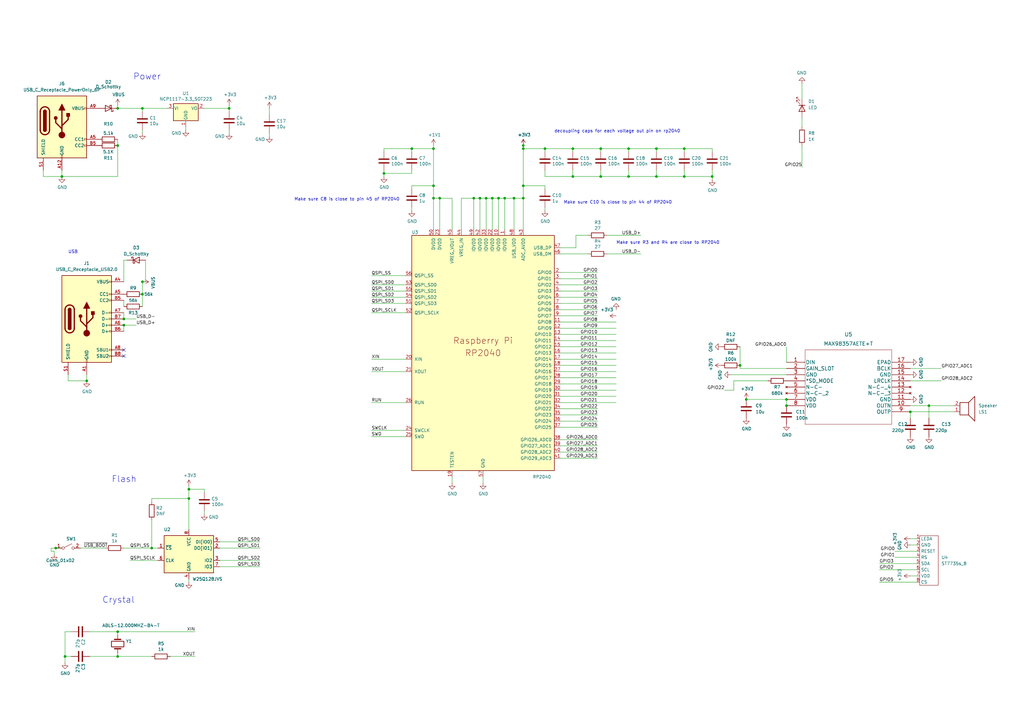
<source format=kicad_sch>
(kicad_sch (version 20230121) (generator eeschema)
  (paper "A3")
  (title_block (title "RP2040 Minimal Design Example") (date "2020-12-18") (rev "REV1") (company "Raspberry Pi (Trading) Ltd"))
  (lib_symbols
    (symbol "Amp:MAX98357AETE+T" (pin_names (offset 0.254))
      (property "Reference" "U" (at 25.4 10.16 0))
      (property "Value" "MAX98357AETE+T" (at 25.4 7.62 0))
      (symbol "MAX98357AETE+T_1_1"
        (pin unspecified line (at 0 0 0) (length 7.62) (name "DIN") (number "1"))
        (pin output line (at 50.8 -17.78 180) (length 7.62) (name "OUTN") (number "10"))
        (pin power_in line (at 50.8 -15.24 180) (length 7.62) (name "GND") (number "11"))
        (pin no_connect line (at 50.8 -12.7 180) (length 7.62) (name "N-C-_3") (number "12"))
        (pin no_connect line (at 50.8 -10.16 180) (length 7.62) (name "N-C-_4") (number "13"))
        (pin unspecified line (at 50.8 -7.62 180) (length 7.62) (name "LRCLK") (number "14"))
        (pin power_in line (at 50.8 -5.08 180) (length 7.62) (name "GND") (number "15"))
        (pin unspecified line (at 50.8 -2.54 180) (length 7.62) (name "BCLK") (number "16"))
        (pin unspecified line (at 50.8 0 180) (length 7.62) (name "EPAD") (number "17"))
        (pin unspecified line (at 0 -2.54 0) (length 7.62) (name "GAIN_SLOT") (number "2"))
        (pin power_in line (at 0 -5.08 0) (length 7.62) (name "GND") (number "3"))
        (pin unspecified line (at 0 -7.62 0) (length 7.62) (name "*SD_MODE") (number "4"))
        (pin no_connect line (at 0 -10.16 0) (length 7.62) (name "N-C-") (number "5"))
        (pin no_connect line (at 0 -12.7 0) (length 7.62) (name "N-C-_2") (number "6"))
        (pin power_in line (at 0 -15.24 0) (length 7.62) (name "VDD") (number "7"))
        (pin power_in line (at 0 -17.78 0) (length 7.62) (name "VDD") (number "8"))
        (pin output line (at 50.8 -20.32 180) (length 7.62) (name "OUTP") (number "9"))
      )
    )
    (symbol "Connector:USB_C_Receptacle_PowerOnly_6P" (pin_names (offset 1.016))
      (property "Reference" "J" (at 0 16.51 0))
      (property "Value" "USB_C_Receptacle_PowerOnly_6P" (at 0 13.97 0))
      (symbol "USB_C_Receptacle_PowerOnly_6P_1_1"
        (pin passive line (at 0 -17.78 90) (length 5.08) (name "GND") (number "A12"))
        (pin bidirectional line (at 15.24 -5.08 180) (length 5.08) (name "CC1") (number "A5"))
        (pin passive line (at 15.24 7.62 180) (length 5.08) (name "VBUS") (number "A9"))
        (pin passive line (at 0 -17.78 90) (length 5.08) hide (name "GND") (number "B12"))
        (pin bidirectional line (at 15.24 -7.62 180) (length 5.08) (name "CC2") (number "B5"))
        (pin passive line (at 15.24 7.62 180) (length 5.08) hide (name "VBUS") (number "B9"))
        (pin passive line (at -7.62 -17.78 90) (length 5.08) (name "SHIELD") (number "S1"))
      )
    )
    (symbol "Connector:USB_C_Receptacle_USB2.0" (pin_names (offset 1.016))
      (property "Reference" "J" (at -10.16 19.05 0))
      (property "Value" "USB_C_Receptacle_USB2.0" (at 19.05 19.05 0))
      (symbol "USB_C_Receptacle_USB2.0_1_1"
        (pin passive line (at 0 -22.86 90) (length 5.08) (name "GND") (number "A1"))
        (pin passive line (at 0 -22.86 90) (length 5.08) hide (name "GND") (number "A12"))
        (pin passive line (at 15.24 15.24 180) (length 5.08) (name "VBUS") (number "A4"))
        (pin bidirectional line (at 15.24 10.16 180) (length 5.08) (name "CC1") (number "A5"))
        (pin bidirectional line (at 15.24 -2.54 180) (length 5.08) (name "D+") (number "A6"))
        (pin bidirectional line (at 15.24 2.54 180) (length 5.08) (name "D-") (number "A7"))
        (pin bidirectional line (at 15.24 -12.7 180) (length 5.08) (name "SBU1") (number "A8"))
        (pin passive line (at 15.24 15.24 180) (length 5.08) hide (name "VBUS") (number "A9"))
        (pin passive line (at 0 -22.86 90) (length 5.08) hide (name "GND") (number "B1"))
        (pin passive line (at 0 -22.86 90) (length 5.08) hide (name "GND") (number "B12"))
        (pin passive line (at 15.24 15.24 180) (length 5.08) hide (name "VBUS") (number "B4"))
        (pin bidirectional line (at 15.24 7.62 180) (length 5.08) (name "CC2") (number "B5"))
        (pin bidirectional line (at 15.24 -5.08 180) (length 5.08) (name "D+") (number "B6"))
        (pin bidirectional line (at 15.24 0 180) (length 5.08) (name "D-") (number "B7"))
        (pin bidirectional line (at 15.24 -15.24 180) (length 5.08) (name "SBU2") (number "B8"))
        (pin passive line (at 15.24 15.24 180) (length 5.08) hide (name "VBUS") (number "B9"))
        (pin passive line (at -7.62 -22.86 90) (length 5.08) (name "SHIELD") (number "S1"))
      )
    )
    (symbol "Custom:ST7735s_8"
      (property "Reference" "U" (at 5.08 -22.86 0))
      (property "Value" "ST7735s_8" (at 5.08 0 0))
      (symbol "ST7735s_8_1_1"
        (pin input line (at 0 -2.54 0) (length 1.27) (name "LEDA") (number "1"))
        (pin power_in line (at 0 -5.08 0) (length 1.27) (name "GND") (number "2"))
        (pin input line (at 0 -7.62 0) (length 1.27) (name "RESET") (number "3"))
        (pin input line (at 0 -10.16 0) (length 1.27) (name "RS") (number "4"))
        (pin input line (at 0 -12.7 0) (length 1.27) (name "SDA") (number "5"))
        (pin input line (at 0 -15.24 0) (length 1.27) (name "SCL") (number "6"))
        (pin power_in line (at 0 -17.78 0) (length 1.27) (name "VDD") (number "7"))
        (pin input line (at 0 -20.32 0) (length 1.27) (name "CS") (number "8"))
      )
    )
    (symbol "Device:C" (pin_numbers hide) (pin_names (offset 0.254))
      (property "Reference" "C" (at 0.635 2.54 0))
      (property "Value" "C" (at 0.635 -2.54 0))
      (symbol "C_1_1"
        (pin passive line (at 0 3.81 270) (length 2.794) (name "~") (number "1"))
        (pin passive line (at 0 -3.81 90) (length 2.794) (name "~") (number "2"))
      )
    )
    (symbol "Device:Crystal" (pin_numbers hide) (pin_names (offset 1.016) hide)
      (property "Reference" "Y" (at 0 3.81 0))
      (property "Value" "Crystal" (at 0 -3.81 0))
      (symbol "Crystal_1_1"
        (pin passive line (at -3.81 0 0) (length 1.27) (name "1") (number "1"))
        (pin passive line (at 3.81 0 180) (length 1.27) (name "2") (number "2"))
      )
    )
    (symbol "Device:D_Schottky" (pin_numbers hide) (pin_names (offset 1.016) hide)
      (property "Reference" "D" (at 0 2.54 0))
      (property "Value" "D_Schottky" (at 0 -2.54 0))
      (symbol "D_Schottky_1_1"
        (pin passive line (at -3.81 0 0) (length 2.54) (name "K") (number "1"))
        (pin passive line (at 3.81 0 180) (length 2.54) (name "A") (number "2"))
      )
    )
    (symbol "Device:LED" (pin_numbers hide) (pin_names (offset 1.016) hide)
      (property "Reference" "D" (at 0 2.54 0))
      (property "Value" "LED" (at 0 -2.54 0))
      (symbol "LED_1_1"
        (pin passive line (at -3.81 0 0) (length 2.54) (name "K") (number "1"))
        (pin passive line (at 3.81 0 180) (length 2.54) (name "A") (number "2"))
      )
    )
    (symbol "Device:R" (pin_numbers hide) (pin_names (offset 0))
      (property "Reference" "R" (at 2.032 0 90))
      (property "Value" "R" (at 0 0 90))
      (symbol "R_1_1"
        (pin passive line (at 0 3.81 270) (length 1.27) (name "~") (number "1"))
        (pin passive line (at 0 -3.81 90) (length 1.27) (name "~") (number "2"))
      )
    )
    (symbol "MCU_RaspberryPi_RP2040:RP2040" (pin_names (offset 1.016))
      (property "Reference" "U" (at -29.21 49.53 0))
      (property "Value" "RP2040" (at 24.13 -49.53 0))
      (symbol "RP2040_0_0"
        (text "Raspberry Pi" (at 0 5.08 0) (effects (font (size 2.54 2.54))))
        (text "RP2040" (at 0 0 0) (effects (font (size 2.54 2.54))))
      )
      (symbol "RP2040_1_1"
        (pin power_in line (at 8.89 50.8 270) (length 2.54) (name "IOVDD") (number "1"))
        (pin power_in line (at 6.35 50.8 270) (length 2.54) (name "IOVDD") (number "10"))
        (pin bidirectional line (at 31.75 12.7 180) (length 2.54) (name "GPIO8") (number "11"))
        (pin bidirectional line (at 31.75 10.16 180) (length 2.54) (name "GPIO9") (number "12"))
        (pin bidirectional line (at 31.75 7.62 180) (length 2.54) (name "GPIO10") (number "13"))
        (pin bidirectional line (at 31.75 5.08 180) (length 2.54) (name "GPIO11") (number "14"))
        (pin bidirectional line (at 31.75 2.54 180) (length 2.54) (name "GPIO12") (number "15"))
        (pin bidirectional line (at 31.75 0 180) (length 2.54) (name "GPIO13") (number "16"))
        (pin bidirectional line (at 31.75 -2.54 180) (length 2.54) (name "GPIO14") (number "17"))
        (pin bidirectional line (at 31.75 -5.08 180) (length 2.54) (name "GPIO15") (number "18"))
        (pin passive line (at -12.7 -50.8 90) (length 2.54) (name "TESTEN") (number "19"))
        (pin bidirectional line (at 31.75 33.02 180) (length 2.54) (name "GPIO0") (number "2"))
        (pin input line (at -31.75 -2.54 0) (length 2.54) (name "XIN") (number "20"))
        (pin passive line (at -31.75 -7.62 0) (length 2.54) (name "XOUT") (number "21"))
        (pin power_in line (at 3.81 50.8 270) (length 2.54) (name "IOVDD") (number "22"))
        (pin power_in line (at -17.78 50.8 270) (length 2.54) (name "DVDD") (number "23"))
        (pin output line (at -31.75 -31.75 0) (length 2.54) (name "SWCLK") (number "24"))
        (pin bidirectional line (at -31.75 -34.29 0) (length 2.54) (name "SWD") (number "25"))
        (pin input line (at -31.75 -20.32 0) (length 2.54) (name "RUN") (number "26"))
        (pin bidirectional line (at 31.75 -7.62 180) (length 2.54) (name "GPIO16") (number "27"))
        (pin bidirectional line (at 31.75 -10.16 180) (length 2.54) (name "GPIO17") (number "28"))
        (pin bidirectional line (at 31.75 -12.7 180) (length 2.54) (name "GPIO18") (number "29"))
        (pin bidirectional line (at 31.75 30.48 180) (length 2.54) (name "GPIO1") (number "3"))
        (pin bidirectional line (at 31.75 -15.24 180) (length 2.54) (name "GPIO19") (number "30"))
        (pin bidirectional line (at 31.75 -17.78 180) (length 2.54) (name "GPIO20") (number "31"))
        (pin bidirectional line (at 31.75 -20.32 180) (length 2.54) (name "GPIO21") (number "32"))
        (pin power_in line (at 1.27 50.8 270) (length 2.54) (name "IOVDD") (number "33"))
        (pin bidirectional line (at 31.75 -22.86 180) (length 2.54) (name "GPIO22") (number "34"))
        (pin bidirectional line (at 31.75 -25.4 180) (length 2.54) (name "GPIO23") (number "35"))
        (pin bidirectional line (at 31.75 -27.94 180) (length 2.54) (name "GPIO24") (number "36"))
        (pin bidirectional line (at 31.75 -30.48 180) (length 2.54) (name "GPIO25") (number "37"))
        (pin bidirectional line (at 31.75 -35.56 180) (length 2.54) (name "GPIO26_ADC0") (number "38"))
        (pin bidirectional line (at 31.75 -38.1 180) (length 2.54) (name "GPIO27_ADC1") (number "39"))
        (pin bidirectional line (at 31.75 27.94 180) (length 2.54) (name "GPIO2") (number "4"))
        (pin bidirectional line (at 31.75 -40.64 180) (length 2.54) (name "GPIO28_ADC2") (number "40"))
        (pin bidirectional line (at 31.75 -43.18 180) (length 2.54) (name "GPIO29_ADC3") (number "41"))
        (pin power_in line (at -1.27 50.8 270) (length 2.54) (name "IOVDD") (number "42"))
        (pin power_in line (at 16.51 50.8 270) (length 2.54) (name "ADC_AVDD") (number "43"))
        (pin power_in line (at -8.89 50.8 270) (length 2.54) (name "VREG_IN") (number "44"))
        (pin power_out line (at -12.7 50.8 270) (length 2.54) (name "VREG_VOUT") (number "45"))
        (pin bidirectional line (at 31.75 40.64 180) (length 2.54) (name "USB_DM") (number "46"))
        (pin bidirectional line (at 31.75 43.18 180) (length 2.54) (name "USB_DP") (number "47"))
        (pin power_in line (at 12.7 50.8 270) (length 2.54) (name "USB_VDD") (number "48"))
        (pin power_in line (at -3.81 50.8 270) (length 2.54) (name "IOVDD") (number "49"))
        (pin bidirectional line (at 31.75 25.4 180) (length 2.54) (name "GPIO3") (number "5"))
        (pin power_in line (at -20.32 50.8 270) (length 2.54) (name "DVDD") (number "50"))
        (pin bidirectional line (at -31.75 20.32 0) (length 2.54) (name "QSPI_SD3") (number "51"))
        (pin output line (at -31.75 16.51 0) (length 2.54) (name "QSPI_SCLK") (number "52"))
        (pin bidirectional line (at -31.75 27.94 0) (length 2.54) (name "QSPI_SD0") (number "53"))
        (pin bidirectional line (at -31.75 22.86 0) (length 2.54) (name "QSPI_SD2") (number "54"))
        (pin bidirectional line (at -31.75 25.4 0) (length 2.54) (name "QSPI_SD1") (number "55"))
        (pin bidirectional line (at -31.75 31.75 0) (length 2.54) (name "QSPI_SS") (number "56"))
        (pin power_in line (at 0 -50.8 90) (length 2.54) (name "GND") (number "57"))
        (pin bidirectional line (at 31.75 22.86 180) (length 2.54) (name "GPIO4") (number "6"))
        (pin bidirectional line (at 31.75 20.32 180) (length 2.54) (name "GPIO5") (number "7"))
        (pin bidirectional line (at 31.75 17.78 180) (length 2.54) (name "GPIO6") (number "8"))
        (pin bidirectional line (at 31.75 15.24 180) (length 2.54) (name "GPIO7") (number "9"))
      )
    )
    (symbol "Memory_Flash:W25Q128JVS"
      (property "Reference" "U" (at -8.89 8.89 0))
      (property "Value" "W25Q128JVS" (at 7.62 8.89 0))
      (symbol "W25Q128JVS_1_1"
        (pin input line (at -12.7 2.54 0) (length 2.54) (name "~{CS}") (number "1"))
        (pin bidirectional line (at 12.7 2.54 180) (length 2.54) (name "DO(IO1)") (number "2"))
        (pin bidirectional line (at 12.7 -2.54 180) (length 2.54) (name "IO2") (number "3"))
        (pin power_in line (at 0 -10.16 90) (length 2.54) (name "GND") (number "4"))
        (pin bidirectional line (at 12.7 5.08 180) (length 2.54) (name "DI(IO0)") (number "5"))
        (pin input line (at -12.7 -2.54 0) (length 2.54) (name "CLK") (number "6"))
        (pin bidirectional line (at 12.7 -5.08 180) (length 2.54) (name "IO3") (number "7"))
        (pin power_in line (at 0 10.16 270) (length 2.54) (name "VCC") (number "8"))
      )
    )
    (symbol "Regulator_Linear:NCP1117-3.3_SOT223" (pin_names (offset 0.254))
      (property "Reference" "U" (at -3.81 3.175 0))
      (property "Value" "NCP1117-3.3_SOT223" (at 0 3.175 0))
      (symbol "NCP1117-3.3_SOT223_1_1"
        (pin power_in line (at 0 -7.62 90) (length 2.54) (name "GND") (number "1"))
        (pin power_out line (at 7.62 0 180) (length 2.54) (name "VO") (number "2"))
        (pin power_in line (at -7.62 0 0) (length 2.54) (name "VI") (number "3"))
      )
    )
    (symbol "Speaker_1" (pin_names (offset 0) hide)
      (property "Reference" "LS" (at 1.27 5.715 0))
      (property "Value" "Speaker" (at 1.27 3.81 0))
      (symbol "Speaker_1_1_1"
        (pin input line (at -5.08 0 0) (length 2.54) (name "1") (number "1"))
        (pin input line (at -5.08 -2.54 0) (length 2.54) (name "2") (number "2"))
      )
    )
    (symbol "Switch:SW_SPST" (pin_names (offset 0) hide)
      (property "Reference" "SW" (at 0 3.175 0))
      (property "Value" "SW_SPST" (at 0 -2.54 0))
      (symbol "SW_SPST_1_1"
        (pin passive line (at -5.08 0 0) (length 2.54) (name "A") (number "1"))
        (pin passive line (at 5.08 0 180) (length 2.54) (name "B") (number "2"))
      )
    )
    (symbol "power:+1V1" (power) (pin_names (offset 0))
      (property "Value" "+1V1" (at 0 3.556 0))
      (symbol "+1V1_1_1"
        (pin power_in line (at 0 0 90) (length 0) hide (name "+1V1") (number "1"))
      )
    )
    (symbol "power:+3V3" (power) (pin_names (offset 0))
      (property "Value" "+3V3" (at 0 3.556 0))
      (symbol "+3V3_1_1"
        (pin power_in line (at 0 0 90) (length 0) hide (name "+3V3") (number "1"))
      )
    )
    (symbol "power:GND" (power) (pin_names (offset 0))
      (property "Value" "GND" (at 0 -3.81 0))
      (symbol "GND_1_1"
        (pin power_in line (at 0 0 270) (length 0) hide (name "GND") (number "1"))
      )
    )
    (symbol "power:VBUS" (power) (pin_names (offset 0))
      (property "Value" "VBUS" (at 0 3.81 0))
      (symbol "VBUS_1_1"
        (pin power_in line (at 0 0 90) (length 0) hide (name "VBUS") (number "1"))
      )
    )
  )
  (junction (at 214.63 81.28))
  (junction (at 168.91 60.96))
  (junction (at 77.47 200.66))
  (junction (at 180.34 81.28))
  (junction (at 246.38 72.39))
  (junction (at 234.95 72.39))
  (junction (at 48.26 44.45))
  (junction (at 204.47 81.28))
  (junction (at 269.24 60.96))
  (junction (at 48.26 269.24))
  (junction (at 48.26 259.08))
  (junction (at 50.8 133.35))
  (junction (at 306.07 163.83))
  (junction (at 199.39 81.28))
  (junction (at 77.47 204.47))
  (junction (at 280.67 72.39))
  (junction (at 373.38 168.91))
  (junction (at 201.93 81.28))
  (junction (at 58.42 44.45))
  (junction (at 269.24 72.39))
  (junction (at 322.58 163.83))
  (junction (at 157.48 71.12))
  (junction (at 48.26 59.69))
  (junction (at 214.63 76.2))
  (junction (at 194.31 81.28))
  (junction (at 62.23 224.79))
  (junction (at 35.56 156.21))
  (junction (at 257.81 72.39))
  (junction (at 177.8 76.2))
  (junction (at 322.58 166.37))
  (junction (at 292.1 72.39))
  (junction (at 303.53 149.86))
  (junction (at 58.42 120.65))
  (junction (at 177.8 81.28))
  (junction (at 25.4 72.39))
  (junction (at 214.63 59.69))
  (junction (at 93.98 44.45))
  (junction (at 234.95 60.96))
  (junction (at 257.81 60.96))
  (junction (at 26.67 269.24))
  (junction (at 381 166.37))
  (junction (at 223.52 60.96))
  (junction (at 196.85 81.28))
  (junction (at 280.67 60.96))
  (junction (at 210.82 81.28))
  (junction (at 177.8 60.96))
  (junction (at 58.42 115.57))
  (junction (at 50.8 130.81))
  (junction (at 22.86 224.79))
  (junction (at 246.38 60.96))
  (junction (at 214.63 60.96))
  (junction (at 207.01 81.28))
  (no_connect (at 50.8 143.51))
  (no_connect (at 50.8 146.05))
  (wire (pts (xy 248.92 96.52) (xy 262.89 96.52)))
  (wire (pts (xy 373.38 166.37) (xy 381 166.37)))
  (wire (pts (xy 27.94 156.21) (xy 35.56 156.21)))
  (wire (pts (xy 157.48 71.12) (xy 157.48 72.39)))
  (wire (pts (xy 328.93 48.26) (xy 328.93 52.07)))
  (wire (pts (xy 328.93 59.69) (xy 328.93 68.58)))
  (wire (pts (xy 229.87 127) (xy 245.11 127)))
  (wire (pts (xy 69.85 269.24) (xy 80.01 269.24)))
  (wire (pts (xy 373.38 223.52) (xy 375.92 223.52)))
  (wire (pts (xy 229.87 182.88) (xy 245.11 182.88)))
  (wire (pts (xy 201.93 93.98) (xy 201.93 81.28)))
  (wire (pts (xy 93.98 44.45) (xy 93.98 43.18)))
  (wire (pts (xy 180.34 81.28) (xy 177.8 81.28)))
  (wire (pts (xy 229.87 160.02) (xy 252.73 160.02)))
  (wire (pts (xy 168.91 76.2) (xy 177.8 76.2)))
  (wire (pts (xy 35.56 153.67) (xy 35.56 156.21)))
  (wire (pts (xy 29.21 269.24) (xy 26.67 269.24)))
  (wire (pts (xy 299.72 153.67) (xy 322.58 153.67)))
  (wire (pts (xy 168.91 62.23) (xy 168.91 60.96)))
  (wire (pts (xy 59.69 115.57) (xy 58.42 115.57)))
  (wire (pts (xy 322.58 142.24) (xy 322.58 148.59)))
  (wire (pts (xy 236.22 96.52) (xy 236.22 101.6)))
  (wire (pts (xy 168.91 85.09) (xy 168.91 86.36)))
  (wire (pts (xy 229.87 154.94) (xy 252.73 154.94)))
  (wire (pts (xy 90.17 232.41) (xy 106.68 232.41)))
  (wire (pts (xy 157.48 69.85) (xy 157.48 71.12)))
  (wire (pts (xy 269.24 60.96) (xy 280.67 60.96)))
  (wire (pts (xy 229.87 132.08) (xy 252.73 132.08)))
  (wire (pts (xy 166.37 152.4) (xy 152.4 152.4)))
  (wire (pts (xy 373.38 236.22) (xy 375.92 236.22)))
  (wire (pts (xy 58.42 115.57) (xy 58.42 120.65)))
  (wire (pts (xy 166.37 179.07) (xy 152.4 179.07)))
  (wire (pts (xy 50.8 133.35) (xy 50.8 135.89)))
  (wire (pts (xy 210.82 93.98) (xy 210.82 81.28)))
  (wire (pts (xy 229.87 116.84) (xy 245.11 116.84)))
  (wire (pts (xy 83.82 44.45) (xy 93.98 44.45)))
  (wire (pts (xy 48.26 59.69) (xy 48.26 72.39)))
  (wire (pts (xy 93.98 45.72) (xy 93.98 44.45)))
  (wire (pts (xy 194.31 81.28) (xy 196.85 81.28)))
  (wire (pts (xy 257.81 62.23) (xy 257.81 60.96)))
  (wire (pts (xy 322.58 151.13) (xy 303.53 151.13)))
  (wire (pts (xy 246.38 62.23) (xy 246.38 60.96)))
  (wire (pts (xy 189.23 81.28) (xy 194.31 81.28)))
  (wire (pts (xy 229.87 101.6) (xy 236.22 101.6)))
  (wire (pts (xy 229.87 185.42) (xy 245.11 185.42)))
  (wire (pts (xy 152.4 121.92) (xy 166.37 121.92)))
  (wire (pts (xy 53.34 229.87) (xy 64.77 229.87)))
  (wire (pts (xy 280.67 69.85) (xy 280.67 72.39)))
  (wire (pts (xy 83.82 201.93) (xy 83.82 200.66)))
  (wire (pts (xy 223.52 77.47) (xy 223.52 76.2)))
  (wire (pts (xy 29.21 259.08) (xy 26.67 259.08)))
  (wire (pts (xy 229.87 167.64) (xy 245.11 167.64)))
  (wire (pts (xy 375.92 231.14) (xy 360.68 231.14)))
  (wire (pts (xy 229.87 142.24) (xy 252.73 142.24)))
  (wire (pts (xy 168.91 71.12) (xy 168.91 69.85)))
  (wire (pts (xy 229.87 180.34) (xy 245.11 180.34)))
  (wire (pts (xy 177.8 81.28) (xy 177.8 93.98)))
  (wire (pts (xy 110.49 54.61) (xy 110.49 55.88)))
  (wire (pts (xy 236.22 96.52) (xy 241.3 96.52)))
  (wire (pts (xy 93.98 53.34) (xy 93.98 54.61)))
  (wire (pts (xy 20.955 224.79) (xy 22.86 224.79)))
  (wire (pts (xy 36.83 269.24) (xy 48.26 269.24)))
  (wire (pts (xy 381 166.37) (xy 381 171.45)))
  (wire (pts (xy 20.955 226.06) (xy 22.225 226.06)))
  (wire (pts (xy 48.26 259.08) (xy 80.01 259.08)))
  (wire (pts (xy 280.67 60.96) (xy 292.1 60.96)))
  (wire (pts (xy 50.8 133.35) (xy 55.88 133.35)))
  (wire (pts (xy 189.23 93.98) (xy 189.23 81.28)))
  (wire (pts (xy 246.38 69.85) (xy 246.38 72.39)))
  (wire (pts (xy 303.53 142.24) (xy 303.53 149.86)))
  (wire (pts (xy 229.87 172.72) (xy 245.11 172.72)))
  (wire (pts (xy 214.63 76.2) (xy 214.63 81.28)))
  (wire (pts (xy 196.85 93.98) (xy 196.85 81.28)))
  (wire (pts (xy 48.26 57.15) (xy 48.26 59.69)))
  (wire (pts (xy 157.48 62.23) (xy 157.48 60.96)))
  (wire (pts (xy 50.8 224.79) (xy 62.23 224.79)))
  (wire (pts (xy 297.18 160.02) (xy 300.99 160.02)))
  (wire (pts (xy 198.12 195.58) (xy 198.12 198.12)))
  (wire (pts (xy 367.03 226.06) (xy 375.92 226.06)))
  (wire (pts (xy 229.87 162.56) (xy 252.73 162.56)))
  (wire (pts (xy 90.17 224.79) (xy 106.68 224.79)))
  (wire (pts (xy 214.63 59.69) (xy 214.63 60.96)))
  (wire (pts (xy 229.87 157.48) (xy 252.73 157.48)))
  (wire (pts (xy 166.37 128.27) (xy 152.4 128.27)))
  (wire (pts (xy 246.38 60.96) (xy 257.81 60.96)))
  (wire (pts (xy 27.94 153.67) (xy 27.94 156.21)))
  (wire (pts (xy 177.8 60.96) (xy 177.8 76.2)))
  (wire (pts (xy 177.8 59.69) (xy 177.8 60.96)))
  (wire (pts (xy 229.87 165.1) (xy 252.73 165.1)))
  (wire (pts (xy 229.87 104.14) (xy 241.3 104.14)))
  (wire (pts (xy 177.8 76.2) (xy 177.8 81.28)))
  (wire (pts (xy 257.81 60.96) (xy 269.24 60.96)))
  (wire (pts (xy 373.38 220.98) (xy 375.92 220.98)))
  (wire (pts (xy 381 166.37) (xy 391.16 166.37)))
  (wire (pts (xy 33.02 224.79) (xy 43.18 224.79)))
  (wire (pts (xy 152.4 124.46) (xy 166.37 124.46)))
  (wire (pts (xy 269.24 69.85) (xy 269.24 72.39)))
  (wire (pts (xy 77.47 237.49) (xy 77.47 238.76)))
  (wire (pts (xy 157.48 71.12) (xy 168.91 71.12)))
  (wire (pts (xy 214.63 60.96) (xy 214.63 76.2)))
  (wire (pts (xy 76.2 52.07) (xy 76.2 53.34)))
  (wire (pts (xy 77.47 204.47) (xy 77.47 217.17)))
  (wire (pts (xy 292.1 69.85) (xy 292.1 72.39)))
  (wire (pts (xy 58.42 120.65) (xy 58.42 125.73)))
  (wire (pts (xy 58.42 53.34) (xy 58.42 54.61)))
  (wire (pts (xy 157.48 60.96) (xy 168.91 60.96)))
  (wire (pts (xy 280.67 62.23) (xy 280.67 60.96)))
  (wire (pts (xy 280.67 72.39) (xy 269.24 72.39)))
  (wire (pts (xy 223.52 85.09) (xy 223.52 86.36)))
  (wire (pts (xy 367.03 228.6) (xy 375.92 228.6)))
  (wire (pts (xy 229.87 121.92) (xy 245.11 121.92)))
  (wire (pts (xy 196.85 81.28) (xy 199.39 81.28)))
  (wire (pts (xy 229.87 134.62) (xy 252.73 134.62)))
  (wire (pts (xy 48.26 260.35) (xy 48.26 259.08)))
  (wire (pts (xy 214.63 76.2) (xy 223.52 76.2)))
  (wire (pts (xy 248.92 104.14) (xy 262.89 104.14)))
  (wire (pts (xy 229.87 187.96) (xy 245.11 187.96)))
  (wire (pts (xy 373.38 168.91) (xy 373.38 171.45)))
  (wire (pts (xy 223.52 62.23) (xy 223.52 60.96)))
  (wire (pts (xy 58.42 45.72) (xy 58.42 44.45)))
  (wire (pts (xy 229.87 114.3) (xy 245.11 114.3)))
  (wire (pts (xy 201.93 81.28) (xy 204.47 81.28)))
  (wire (pts (xy 229.87 111.76) (xy 245.11 111.76)))
  (wire (pts (xy 48.26 269.24) (xy 62.23 269.24)))
  (wire (pts (xy 229.87 137.16) (xy 252.73 137.16)))
  (wire (pts (xy 110.49 44.45) (xy 110.49 46.99)))
  (wire (pts (xy 17.78 69.85) (xy 17.78 72.39)))
  (wire (pts (xy 229.87 139.7) (xy 252.73 139.7)))
  (wire (pts (xy 223.52 69.85) (xy 223.52 72.39)))
  (wire (pts (xy 25.4 69.85) (xy 25.4 72.39)))
  (wire (pts (xy 59.69 106.68) (xy 59.69 115.57)))
  (wire (pts (xy 166.37 176.53) (xy 152.4 176.53)))
  (wire (pts (xy 26.67 269.24) (xy 26.67 271.78)))
  (wire (pts (xy 328.93 34.29) (xy 328.93 40.64)))
  (wire (pts (xy 234.95 72.39) (xy 223.52 72.39)))
  (wire (pts (xy 229.87 170.18) (xy 245.11 170.18)))
  (wire (pts (xy 257.81 72.39) (xy 246.38 72.39)))
  (wire (pts (xy 373.38 151.13) (xy 386.08 151.13)))
  (wire (pts (xy 185.42 81.28) (xy 180.34 81.28)))
  (wire (pts (xy 292.1 62.23) (xy 292.1 60.96)))
  (wire (pts (xy 152.4 147.32) (xy 166.37 147.32)))
  (wire (pts (xy 373.38 156.21) (xy 386.08 156.21)))
  (wire (pts (xy 62.23 205.74) (xy 62.23 204.47)))
  (wire (pts (xy 207.01 81.28) (xy 207.01 93.98)))
  (wire (pts (xy 22.86 224.79) (xy 25.4 224.79)))
  (wire (pts (xy 214.63 60.96) (xy 223.52 60.96)))
  (wire (pts (xy 229.87 144.78) (xy 252.73 144.78)))
  (wire (pts (xy 234.95 69.85) (xy 234.95 72.39)))
  (wire (pts (xy 223.52 60.96) (xy 234.95 60.96)))
  (wire (pts (xy 83.82 209.55) (xy 83.82 210.82)))
  (wire (pts (xy 152.4 116.84) (xy 166.37 116.84)))
  (wire (pts (xy 280.67 72.39) (xy 292.1 72.39)))
  (wire (pts (xy 90.17 229.87) (xy 106.68 229.87)))
  (wire (pts (xy 77.47 199.39) (xy 77.47 200.66)))
  (wire (pts (xy 199.39 81.28) (xy 201.93 81.28)))
  (wire (pts (xy 257.81 69.85) (xy 257.81 72.39)))
  (wire (pts (xy 50.8 106.68) (xy 52.07 106.68)))
  (wire (pts (xy 83.82 200.66) (xy 77.47 200.66)))
  (wire (pts (xy 50.8 128.27) (xy 50.8 130.81)))
  (wire (pts (xy 229.87 152.4) (xy 252.73 152.4)))
  (wire (pts (xy 62.23 204.47) (xy 77.47 204.47)))
  (wire (pts (xy 234.95 62.23) (xy 234.95 60.96)))
  (wire (pts (xy 194.31 93.98) (xy 194.31 81.28)))
  (wire (pts (xy 229.87 129.54) (xy 245.11 129.54)))
  (wire (pts (xy 375.92 238.76) (xy 360.68 238.76)))
  (wire (pts (xy 306.07 163.83) (xy 322.58 163.83)))
  (wire (pts (xy 62.23 213.36) (xy 62.23 224.79)))
  (wire (pts (xy 373.38 168.91) (xy 391.16 168.91)))
  (wire (pts (xy 292.1 72.39) (xy 292.1 73.66)))
  (wire (pts (xy 62.23 224.79) (xy 64.77 224.79)))
  (wire (pts (xy 322.58 163.83) (xy 322.58 166.37)))
  (wire (pts (xy 229.87 175.26) (xy 245.11 175.26)))
  (wire (pts (xy 229.87 124.46) (xy 245.11 124.46)))
  (wire (pts (xy 48.26 43.18) (xy 48.26 44.45)))
  (wire (pts (xy 229.87 119.38) (xy 245.11 119.38)))
  (wire (pts (xy 204.47 81.28) (xy 207.01 81.28)))
  (wire (pts (xy 180.34 93.98) (xy 180.34 81.28)))
  (wire (pts (xy 48.26 267.97) (xy 48.26 269.24)))
  (wire (pts (xy 26.67 259.08) (xy 26.67 269.24)))
  (wire (pts (xy 168.91 60.96) (xy 177.8 60.96)))
  (wire (pts (xy 229.87 149.86) (xy 252.73 149.86)))
  (wire (pts (xy 207.01 81.28) (xy 210.82 81.28)))
  (wire (pts (xy 303.53 151.13) (xy 303.53 149.86)))
  (wire (pts (xy 168.91 77.47) (xy 168.91 76.2)))
  (wire (pts (xy 166.37 113.03) (xy 152.4 113.03)))
  (wire (pts (xy 50.8 115.57) (xy 50.8 106.68)))
  (wire (pts (xy 17.78 72.39) (xy 25.4 72.39)))
  (wire (pts (xy 36.83 259.08) (xy 48.26 259.08)))
  (wire (pts (xy 25.4 72.39) (xy 48.26 72.39)))
  (wire (pts (xy 314.96 156.21) (xy 300.99 156.21)))
  (wire (pts (xy 375.92 233.68) (xy 360.68 233.68)))
  (wire (pts (xy 50.8 130.81) (xy 55.88 130.81)))
  (wire (pts (xy 229.87 147.32) (xy 252.73 147.32)))
  (wire (pts (xy 234.95 60.96) (xy 246.38 60.96)))
  (wire (pts (xy 204.47 93.98) (xy 204.47 81.28)))
  (wire (pts (xy 214.63 81.28) (xy 214.63 93.98)))
  (wire (pts (xy 68.58 44.45) (xy 58.42 44.45)))
  (wire (pts (xy 90.17 222.25) (xy 106.68 222.25)))
  (wire (pts (xy 152.4 119.38) (xy 166.37 119.38)))
  (wire (pts (xy 300.99 156.21) (xy 300.99 160.02)))
  (wire (pts (xy 199.39 93.98) (xy 199.39 81.28)))
  (wire (pts (xy 269.24 62.23) (xy 269.24 60.96)))
  (wire (pts (xy 48.26 44.45) (xy 58.42 44.45)))
  (wire (pts (xy 166.37 165.1) (xy 152.4 165.1)))
  (wire (pts (xy 22.225 226.06) (xy 22.225 227.33)))
  (wire (pts (xy 269.24 72.39) (xy 257.81 72.39)))
  (wire (pts (xy 50.8 123.19) (xy 50.8 125.73)))
  (wire (pts (xy 210.82 81.28) (xy 214.63 81.28)))
  (wire (pts (xy 185.42 195.58) (xy 185.42 198.12)))
  (wire (pts (xy 246.38 72.39) (xy 234.95 72.39)))
  (wire (pts (xy 20.955 226.06) (xy 20.955 224.79)))
  (wire (pts (xy 77.47 200.66) (xy 77.47 204.47)))
  (wire (pts (xy 185.42 93.98) (xy 185.42 81.28)))
  (text "USB" (at 27.94 104.14 0) (effects (font (size 1.27 1.27)) (justify left bottom)))
  (text "Make sure C8 is close to pin 45 of RP2040" (at 120.65 82.55 0) (effects (font (size 1.27 1.27)) (justify left bottom)))
  (text "Make sure C10 is close to pin 44 of RP2040" (at 231.14 83.82 0) (effects (font (size 1.27 1.27)) (justify left bottom)))
  (text "Make sure R3 and R4 are close to RP2040" (at 252.73 100.33 0) (effects (font (size 1.27 1.27)) (justify left bottom)))
  (text "decoupling caps for each voltage out pin on rp2040\n" (at 227.33 54.61 0) (effects (font (size 1.27 1.27)) (justify left bottom)))
  (text "Flash" (at 45.72 198.12 0) (effects (font (size 2.54 2.54)) (justify left bottom)))
  (text "Crystal" (at 41.91 247.65 0) (effects (font (size 2.54 2.54)) (justify left bottom)))
  (text "Power" (at 54.61 33.02 0) (effects (font (size 2.54 2.54)) (justify left bottom)))
  (label "GPIO26_ADC0" (at 245.11 180.34 180))
  (label "~{USB_BOOT}" (at 34.29 224.79 0))
  (label "GPIO3" (at 360.68 231.14 0))
  (label "GPIO5" (at 245.11 124.46 180))
  (label "GPIO29_ADC3" (at 245.11 187.96 180))
  (label "GPIO3" (at 245.11 119.38 180))
  (label "GPIO14" (at 245.11 147.32 180))
  (label "QSPI_SCLK" (at 53.34 229.87 0))
  (label "SWCLK" (at 152.4 176.53 0))
  (label "GPIO2" (at 360.68 233.68 0))
  (label "USB_D-" (at 55.88 130.81 0))
  (label "QSPI_SS" (at 53.34 224.79 0))
  (label "RUN" (at 152.4 165.1 0))
  (label "XIN" (at 152.4 147.32 0))
  (label "QSPI_SD3" (at 152.4 124.46 0))
  (label "XOUT" (at 152.4 152.4 0))
  (label "GPIO25" (at 328.93 68.58 180))
  (label "GPIO28_ADC2" (at 245.11 185.42 180))
  (label "GPIO7" (at 245.11 129.54 180))
  (label "QSPI_SD2" (at 106.68 229.87 180))
  (label "GPIO18" (at 245.11 157.48 180))
  (label "GPIO16" (at 245.11 152.4 180))
  (label "GPIO1" (at 367.03 228.6 180))
  (label "GPIO11" (at 245.11 139.7 180))
  (label "XIN" (at 80.01 259.08 180))
  (label "GPIO21" (at 245.11 165.1 180))
  (label "GPIO0" (at 367.03 226.06 180))
  (label "USB_D+" (at 262.89 96.52 180))
  (label "GPIO23" (at 245.11 170.18 180))
  (label "XOUT" (at 80.01 269.24 180))
  (label "GPIO4" (at 245.11 121.92 180))
  (label "GPIO15" (at 245.11 149.86 180))
  (label "GPIO9" (at 245.11 134.62 180))
  (label "GPIO5" (at 360.68 238.76 0))
  (label "GPIO1" (at 245.11 114.3 180))
  (label "QSPI_SD1" (at 106.68 224.79 180))
  (label "QSPI_SD3" (at 106.68 232.41 180))
  (label "GPIO17" (at 245.11 154.94 180))
  (label "GPIO2" (at 245.11 116.84 180))
  (label "GPIO6" (at 245.11 127 180))
  (label "GPIO22" (at 297.18 160.02 180))
  (label "QSPI_SD1" (at 152.4 119.38 0))
  (label "GPIO24" (at 245.11 172.72 180))
  (label "USB_D-" (at 262.89 104.14 180))
  (label "QSPI_SD0" (at 152.4 116.84 0))
  (label "QSPI_SS" (at 152.4 113.03 0))
  (label "QSPI_SCLK" (at 152.4 128.27 0))
  (label "GPIO8" (at 245.11 132.08 180))
  (label "SWD" (at 152.4 179.07 0))
  (label "QSPI_SD0" (at 106.68 222.25 180))
  (label "GPIO20" (at 245.11 162.56 180))
  (label "GPIO27_ADC1" (at 245.11 182.88 180))
  (label "GPIO22" (at 245.11 167.64 180))
  (label "GPIO19" (at 245.11 160.02 180))
  (label "GPIO0" (at 245.11 111.76 180))
  (label "GPIO26_ADC0" (at 322.58 142.24 180))
  (label "USB_D+" (at 55.88 133.35 0))
  (label "GPIO13" (at 245.11 144.78 180))
  (label "GPIO10" (at 245.11 137.16 180))
  (label "GPIO12" (at 245.11 142.24 180))
  (label "QSPI_SD2" (at 152.4 121.92 0))
  (label "GPIO27_ADC1" (at 386.08 151.13 0))
  (label "GPIO25" (at 245.11 175.26 180))
  (label "GPIO28_ADC2" (at 386.08 156.21 0))
  (symbol (lib_id "MCU_RaspberryPi_RP2040:RP2040") (at 198.12 144.78 0) (unit 1)
    (property "Reference" "U3" (at 170.18 95.25 0))
    (property "Value" "RP2040" (at 222.25 195.58 0))
    (property "Footprint" "Custom:RP2040-QFN-56" (effects hide))
  )
  (symbol (lib_id "Device:C") (at 33.02 259.08 270) (unit 1)
    (property "Reference" "C2" (at 34.1884 262.001 0) (effects (justify left)))
    (property "Value" "27p" (at 31.877 262.001 0) (effects (justify left)))
    (property "Footprint" "Capacitor_SMD:C_0402_1005Metric" (effects hide))
  )
  (symbol (lib_id "Device:C") (at 33.02 269.24 270) (unit 1)
    (property "Reference" "C3" (at 34.1884 272.161 0) (effects (justify left)))
    (property "Value" "27p" (at 31.877 272.161 0) (effects (justify left)))
    (property "Footprint" "Capacitor_SMD:C_0402_1005Metric" (effects hide))
  )
  (symbol (lib_id "power:GND") (at 26.67 271.78 0) (unit 1)
    (property "Reference" "#PWR06" (effects hide))
    (property "Value" "GND" (at 26.797 276.1742 0))
  )
  (symbol (lib_id "Memory_Flash:W25Q128JVS") (at 77.47 227.33 0) (unit 1)
    (property "Reference" "U2" (at 68.58 217.17 0))
    (property "Value" "W25Q128JVS" (at 85.09 237.49 0))
    (property "Footprint" "Package_SO:SOIC-8_5.23x5.23mm_P1.27mm" (effects hide))
    (property "Datasheet" "http://www.winbond.com/resource-files/w25q128jv_dtr%20revc%2003272018%20plus.pdf" (effects hide))
  )
  (symbol (lib_id "power:+3V3") (at 77.47 199.39 0) (unit 1)
    (property "Reference" "#PWR07" (effects hide))
    (property "Value" "+3V3" (at 77.851 194.9958 0))
  )
  (symbol (lib_id "power:GND") (at 77.47 238.76 0) (unit 1)
    (property "Reference" "#PWR08" (effects hide))
    (property "Value" "GND" (at 73.66 240.03 0))
  )
  (symbol (lib_id "Device:R") (at 62.23 209.55 0) (unit 1)
    (property "Reference" "R2" (at 64.008 208.3816 0) (effects (justify left)))
    (property "Value" "DNF" (at 64.008 210.693 0) (effects (justify left)))
    (property "Footprint" "Resistor_SMD:R_0402_1005Metric" (effects hide))
  )
  (symbol (lib_id "Device:R") (at 46.99 224.79 270) (unit 1)
    (property "Reference" "R1" (at 46.99 219.5322 90))
    (property "Value" "1k" (at 46.99 221.8436 90))
    (property "Footprint" "Resistor_SMD:R_0402_1005Metric" (effects hide))
  )
  (symbol (lib_id "Device:C") (at 83.82 205.74 0) (unit 1)
    (property "Reference" "C5" (at 86.741 204.5716 0) (effects (justify left)))
    (property "Value" "100n" (at 86.741 206.883 0) (effects (justify left)))
    (property "Footprint" "Capacitor_SMD:C_0402_1005Metric" (effects hide))
  )
  (symbol (lib_id "power:GND") (at 83.82 210.82 0) (unit 1)
    (property "Reference" "#PWR011" (effects hide))
    (property "Value" "GND" (at 87.63 212.09 0))
  )
  (symbol (lib_id "power:GND") (at 198.12 198.12 0) (unit 1)
    (property "Reference" "#PWR016" (effects hide))
    (property "Value" "GND" (at 198.247 202.5142 0))
  )
  (symbol (lib_id "power:GND") (at 185.42 198.12 0) (unit 1)
    (property "Reference" "#PWR015" (effects hide))
    (property "Value" "GND" (at 185.547 202.5142 0))
  )
  (symbol (lib_id "Device:R") (at 245.11 96.52 270) (unit 1)
    (property "Reference" "R3" (at 245.11 91.2622 90))
    (property "Value" "27" (at 245.11 93.5736 90))
    (property "Footprint" "Resistor_SMD:R_0402_1005Metric" (effects hide))
  )
  (symbol (lib_id "Device:R") (at 245.11 104.14 270) (unit 1)
    (property "Reference" "R4" (at 245.11 98.8822 90))
    (property "Value" "27" (at 245.11 101.1936 90))
    (property "Footprint" "Resistor_SMD:R_0402_1005Metric" (effects hide))
  )
  (symbol (lib_id "power:GND") (at 25.4 72.39 0) (unit 1)
    (property "Reference" "#PWR01" (effects hide))
    (property "Value" "GND" (at 25.527 76.7842 0))
  )
  (symbol (lib_id "power:+3V3") (at 214.63 59.69 0) (unit 1)
    (property "Reference" "#PWR017" (effects hide))
    (property "Value" "+3V3" (at 215.011 55.2958 0))
  )
  (symbol (lib_id "power:+1V1") (at 177.8 59.69 0) (unit 1)
    (property "Reference" "#PWR014" (effects hide))
    (property "Value" "+1V1" (at 178.181 55.2958 0))
  )
  (symbol (lib_id "Device:C") (at 157.48 66.04 0) (unit 1)
    (property "Reference" "C6" (at 160.401 64.8716 0) (effects (justify left)))
    (property "Value" "100n" (at 160.401 67.183 0) (effects (justify left)))
    (property "Footprint" "Capacitor_SMD:C_0402_1005Metric" (effects hide))
  )
  (symbol (lib_id "Device:C") (at 168.91 66.04 0) (unit 1)
    (property "Reference" "C7" (at 171.831 64.8716 0) (effects (justify left)))
    (property "Value" "100n" (at 171.831 67.183 0) (effects (justify left)))
    (property "Footprint" "Capacitor_SMD:C_0402_1005Metric" (effects hide))
  )
  (symbol (lib_id "Device:C") (at 168.91 81.28 0) (unit 1)
    (property "Reference" "C8" (at 171.831 80.1116 0) (effects (justify left)))
    (property "Value" "1u" (at 171.831 82.423 0) (effects (justify left)))
    (property "Footprint" "Capacitor_SMD:C_0402_1005Metric" (effects hide))
  )
  (symbol (lib_id "Device:C") (at 223.52 81.28 0) (unit 1)
    (property "Reference" "C10" (at 226.441 80.1116 0) (effects (justify left)))
    (property "Value" "1u" (at 226.441 82.423 0) (effects (justify left)))
    (property "Footprint" "Capacitor_SMD:C_0402_1005Metric" (effects hide))
  )
  (symbol (lib_id "power:GND") (at 157.48 72.39 0) (unit 1)
    (property "Reference" "#PWR012" (effects hide))
    (property "Value" "GND" (at 157.607 76.7842 0))
  )
  (symbol (lib_id "power:GND") (at 168.91 86.36 0) (unit 1)
    (property "Reference" "#PWR013" (effects hide))
    (property "Value" "GND" (at 169.037 90.7542 0))
  )
  (symbol (lib_id "power:GND") (at 223.52 86.36 0) (unit 1)
    (property "Reference" "#PWR018" (effects hide))
    (property "Value" "GND" (at 223.647 90.7542 0))
  )
  (symbol (lib_id "Regulator_Linear:NCP1117-3.3_SOT223") (at 76.2 44.45 0) (unit 1)
    (property "Reference" "U1" (at 76.2 38.3032 0))
    (property "Value" "NCP1117-3.3_SOT223" (at 76.2 40.6146 0))
    (property "Footprint" "Package_TO_SOT_SMD:SOT-223-3_TabPin2" (effects hide))
    (property "Datasheet" "http://www.onsemi.com/pub_link/Collateral/NCP1117-D.PDF" (effects hide))
  )
  (symbol (lib_id "power:VBUS") (at 48.26 43.18 0) (unit 1)
    (property "Reference" "#PWR03" (effects hide))
    (property "Value" "VBUS" (at 48.641 38.7858 0))
  )
  (symbol (lib_id "power:GND") (at 76.2 53.34 0) (unit 1)
    (property "Reference" "#PWR05" (effects hide))
    (property "Value" "GND" (at 72.39 54.61 0))
  )
  (symbol (lib_id "power:+3V3") (at 93.98 43.18 0) (unit 1)
    (property "Reference" "#PWR09" (effects hide))
    (property "Value" "+3V3" (at 94.361 38.7858 0))
  )
  (symbol (lib_id "Device:C") (at 58.42 49.53 0) (unit 1)
    (property "Reference" "C1" (at 61.341 48.3616 0) (effects (justify left)))
    (property "Value" "10u" (at 61.341 50.673 0) (effects (justify left)))
    (property "Footprint" "Capacitor_SMD:C_0402_1005Metric" (effects hide))
  )
  (symbol (lib_id "Device:C") (at 93.98 49.53 0) (unit 1)
    (property "Reference" "C4" (at 96.901 48.3616 0) (effects (justify left)))
    (property "Value" "10u" (at 96.901 50.673 0) (effects (justify left)))
    (property "Footprint" "Capacitor_SMD:C_0402_1005Metric" (effects hide))
  )
  (symbol (lib_id "power:GND") (at 58.42 54.61 0) (unit 1)
    (property "Reference" "#PWR04" (effects hide))
    (property "Value" "GND" (at 54.61 55.88 0))
  )
  (symbol (lib_id "power:GND") (at 93.98 54.61 0) (unit 1)
    (property "Reference" "#PWR010" (effects hide))
    (property "Value" "GND" (at 90.17 55.88 0))
  )
  (symbol (lib_id "Device:R") (at 66.04 269.24 270) (unit 1)
    (property "Reference" "R5" (at 66.04 263.9822 90))
    (property "Value" "1k" (at 66.04 266.2936 90))
    (property "Footprint" "Resistor_SMD:R_0402_1005Metric" (effects hide))
  )
  (symbol (lib_id "Device:Crystal") (at 48.26 264.16 270) (unit 1)
    (property "Reference" "Y1" (at 51.5874 262.9916 90) (effects (justify left)))
    (property "Value" "ABLS-12.000MHZ-B4-T" (at 41.91 256.54 90) (effects (justify left)))
    (property "Footprint" "Custom:403C35D12M00000" (effects hide))
  )
  (symbol (lib_id "power:+3V3") (at 110.49 44.45 0) (unit 1)
    (property "Reference" "#PWR024" (effects hide))
    (property "Value" "+3V3" (at 110.871 40.0558 0))
  )
  (symbol (lib_id "Device:C") (at 110.49 50.8 0) (unit 1)
    (property "Reference" "C17" (at 113.411 49.6316 0) (effects (justify left)))
    (property "Value" "10u" (at 113.411 51.943 0) (effects (justify left)))
    (property "Footprint" "Capacitor_SMD:C_0402_1005Metric" (effects hide))
  )
  (symbol (lib_id "power:GND") (at 110.49 55.88 0) (unit 1)
    (property "Reference" "#PWR025" (effects hide))
    (property "Value" "GND" (at 106.68 57.15 0))
  )
  (symbol (lib_id "Switch:SW_SPST") (at 27.94 224.79 0) (unit 1)
    (property "Reference" "SW1" (at 29.21 220.98 0))
    (property "Value" "Conn_01x02" (at 24.765 229.87 0))
    (property "Footprint" "Custom:PTS636_SL50_SMTR_LFS Tactile Switch" (effects hide))
  )
  (symbol (lib_id "power:GND") (at 22.225 227.33 0) (unit 1)
    (property "Reference" "#PWR02" (effects hide))
    (property "Value" "GND" (at 22.352 231.7242 0))
  )
  (symbol (lib_id "power:GND") (at 295.91 142.24 270) (unit 1)
    (property "Reference" "#PWR039" (effects hide))
    (property "Value" "GND" (at 291.5158 142.367 0))
  )
  (symbol (lib_id "Device:C") (at 381 175.26 0) (unit 1)
    (property "Reference" "C13" (at 386.08 173.99 0) (effects (justify left)))
    (property "Value" "220p" (at 383.54 176.53 0) (effects (justify left)))
    (property "Footprint" "Capacitor_SMD:C_0402_1005Metric" (effects hide))
  )
  (symbol (lib_id "Device:R") (at 44.45 57.15 90) (unit 1)
    (property "Reference" "R10" (at 44.45 50.8 90))
    (property "Value" "5.1k" (at 44.45 54.61 90))
    (property "Footprint" "Resistor_SMD:R_0402_1005Metric" (effects hide))
  )
  (symbol (lib_id "Device:C") (at 280.67 66.04 0) (unit 1)
    (property "Reference" "C20" (at 283.591 64.8716 0) (effects (justify left)))
    (property "Value" "100n" (at 283.591 67.183 0) (effects (justify left)))
    (property "Footprint" "Capacitor_SMD:C_0402_1005Metric" (effects hide))
  )
  (symbol (lib_id "Device:C") (at 257.81 66.04 0) (unit 1)
    (property "Reference" "C18" (at 260.731 64.8716 0) (effects (justify left)))
    (property "Value" "100n" (at 260.731 67.183 0) (effects (justify left)))
    (property "Footprint" "Capacitor_SMD:C_0402_1005Metric" (effects hide))
  )
  (symbol (lib_id "Connector:USB_C_Receptacle_USB2.0") (at 35.56 130.81 0) (unit 1)
    (property "Reference" "J1" (at 35.56 107.95 0))
    (property "Value" "USB_C_Receptacle_USB2.0" (at 35.56 110.49 0))
    (property "Footprint" "Custom:GCT_USB4105-GF-A" (effects hide))
    (property "Datasheet" "https://www.usb.org/sites/default/files/documents/usb_type-c.zip" (effects hide))
  )
  (symbol (lib_id "Device:D_Schottky") (at 44.45 44.45 180) (unit 1)
    (property "Reference" "D2" (at 44.45 33.655 0))
    (property "Value" "D_Schottky" (at 44.45 35.56 0))
    (property "Footprint" "Diode_SMD:D_0805_2012Metric" (effects hide))
  )
  (symbol (lib_id "Device:C") (at 234.95 66.04 0) (unit 1)
    (property "Reference" "C15" (at 237.871 64.8716 0) (effects (justify left)))
    (property "Value" "100n" (at 237.871 67.183 0) (effects (justify left)))
    (property "Footprint" "Capacitor_SMD:C_0402_1005Metric" (effects hide))
  )
  (symbol (lib_id "power:+3V3") (at 295.91 149.86 90) (unit 1)
    (property "Reference" "#PWR022" (effects hide))
    (property "Value" "+3V3" (at 291.5158 149.479 0))
  )
  (symbol (lib_id "power:+3V3") (at 214.63 59.69 0) (unit 1)
    (property "Reference" "#PWR023" (effects hide))
    (property "Value" "+3V3" (at 215.011 55.2958 0))
  )
  (symbol (lib_id "Device:C") (at 306.07 167.64 0) (unit 1)
    (property "Reference" "C9" (at 309.88 166.3699 0) (effects (justify left)))
    (property "Value" "10u" (at 309.88 168.9099 0) (effects (justify left)))
    (property "Footprint" "Capacitor_SMD:C_0402_1005Metric" (effects hide))
  )
  (symbol (lib_id "power:GND") (at 328.93 34.29 180) (unit 1)
    (property "Reference" "#PWR032" (effects hide))
    (property "Value" "GND" (at 328.803 29.8958 0))
  )
  (symbol (lib_id "Device:R") (at 44.45 59.69 90) (unit 1)
    (property "Reference" "R11" (at 44.45 64.77 90))
    (property "Value" "5.1K" (at 44.45 62.23 90))
    (property "Footprint" "Resistor_SMD:R_0402_1005Metric" (effects hide))
  )
  (symbol (lib_id "power:GND") (at 322.58 173.99 0) (unit 1)
    (property "Reference" "#PWR026" (effects hide))
    (property "Value" "GND" (at 322.707 178.3842 0))
  )
  (symbol (lib_id "Custom:ST7735s_8") (at 375.92 218.44 0) (unit 1)
    (property "Reference" "U4" (at 386.08 228.5999 0) (effects (justify left)))
    (property "Value" "ST7735s_8" (at 386.08 231.1399 0) (effects (justify left)))
    (property "Footprint" "Custom:2328702-8 IPS screen FPC" (effects hide))
  )
  (symbol (lib_id "Amp:MAX98357AETE+T") (at 322.58 148.59 0) (unit 1)
    (property "Reference" "U5" (at 347.98 137.16 0) (effects (font (size 1.524 1.524))))
    (property "Value" "MAX98357AETE+T" (at 347.98 140.97 0) (effects (font (size 1.524 1.524))))
    (property "Footprint" "Custom:MAX98357AETE-T" (effects hide))
  )
  (symbol (lib_id "power:GND") (at 373.38 179.07 0) (unit 1)
    (property "Reference" "#PWR030" (effects hide))
    (property "Value" "GND" (at 373.507 183.4642 0))
  )
  (symbol (lib_id "power:GND") (at 292.1 73.66 0) (unit 1)
    (property "Reference" "#PWR033" (effects hide))
    (property "Value" "GND" (at 292.227 78.0542 0))
  )
  (symbol (lib_id "Device:R") (at 299.72 149.86 90) (unit 1)
    (property "Reference" "R6" (at 299.72 144.78 90))
    (property "Value" "100k" (at 299.72 147.32 90))
    (property "Footprint" "Resistor_SMD:R_0402_1005Metric" (effects hide))
  )
  (symbol (lib_id "Device:R") (at 328.93 55.88 0) (unit 1)
    (property "Reference" "R8" (at 331.47 54.6099 0) (effects (justify left)))
    (property "Value" "1K" (at 331.47 57.1499 0) (effects (justify left)))
    (property "Footprint" "Resistor_SMD:R_0402_1005Metric" (effects hide))
  )
  (symbol (lib_id "Device:LED") (at 328.93 44.45 270) (unit 1)
    (property "Reference" "D1" (at 331.47 41.5924 90) (effects (justify left)))
    (property "Value" "LED" (at 331.47 44.1324 90) (effects (justify left)))
    (property "Footprint" "LED_SMD:LED_0603_1608Metric" (effects hide))
  )
  (symbol (lib_id "power:GND") (at 35.56 156.21 0) (unit 1)
    (property "Reference" "#PWR035" (effects hide))
    (property "Value" "GND" (at 35.687 160.6042 0))
  )
  (symbol (lib_id "Device:C") (at 269.24 66.04 0) (unit 1)
    (property "Reference" "C19" (at 272.161 64.8716 0) (effects (justify left)))
    (property "Value" "100n" (at 272.161 67.183 0) (effects (justify left)))
    (property "Footprint" "Capacitor_SMD:C_0402_1005Metric" (effects hide))
  )
  (symbol (lib_id "Device:R") (at 54.61 125.73 270) (unit 1)
    (property "Reference" "R13" (at 54.61 128.27 90))
    (property "Value" "56k" (at 54.61 123.19 90))
    (property "Footprint" "Resistor_SMD:R_0402_1005Metric" (effects hide))
  )
  (symbol (lib_id "power:GND") (at 373.38 153.67 90) (unit 1)
    (property "Reference" "#PWR028" (effects hide))
    (property "Value" "GND" (at 377.7742 153.543 0))
  )
  (symbol (lib_id "power:GND") (at 373.38 163.83 90) (unit 1)
    (property "Reference" "#PWR029" (effects hide))
    (property "Value" "GND" (at 377.7742 163.703 0))
  )
  (symbol (lib_id "power:+3V3") (at 252.73 129.54 90) (unit 1)
    (property "Reference" "#PWR037" (effects hide))
    (property "Value" "+3V3" (at 248.92 127 90))
  )
  (symbol (lib_id "power:+3V3") (at 306.07 163.83 0) (unit 1)
    (property "Reference" "#PWR020" (effects hide))
    (property "Value" "+3V3" (at 306.451 159.4358 0))
  )
  (symbol (lib_id "Device:C") (at 223.52 66.04 0) (unit 1)
    (property "Reference" "C14" (at 226.441 64.8716 0) (effects (justify left)))
    (property "Value" "100n" (at 226.441 67.183 0) (effects (justify left)))
    (property "Footprint" "Capacitor_SMD:C_0402_1005Metric" (effects hide))
  )
  (symbol (lib_id "Device:C") (at 322.58 170.18 0) (unit 1)
    (property "Reference" "C11" (at 326.39 168.9099 0) (effects (justify left)))
    (property "Value" "100n" (at 326.39 171.4499 0) (effects (justify left)))
    (property "Footprint" "Capacitor_SMD:C_0402_1005Metric" (effects hide))
  )
  (symbol (lib_id "power:VBUS") (at 58.42 115.57 270) (unit 1)
    (property "Reference" "#PWR034" (effects hide))
    (property "Value" "VBUS" (at 62.8142 115.951 0))
  )
  (symbol (lib_id "Device:R") (at 299.72 142.24 90) (unit 1)
    (property "Reference" "R12" (at 299.72 137.16 90))
    (property "Value" "DNF" (at 299.72 139.7 90))
    (property "Footprint" "Resistor_SMD:R_0402_1005Metric" (effects hide))
  )
  (symbol (lib_id "Device:C") (at 292.1 66.04 0) (unit 1)
    (property "Reference" "C21" (at 295.021 64.8716 0) (effects (justify left)))
    (property "Value" "100n" (at 295.021 67.183 0) (effects (justify left)))
    (property "Footprint" "Capacitor_SMD:C_0402_1005Metric" (effects hide))
  )
  (symbol (lib_id "power:+3V3") (at 373.38 220.98 90) (unit 1)
    (property "Reference" "#PWR0103" (effects hide))
    (property "Value" "+3V3" (at 367.03 220.98 0))
  )
  (symbol (lib_id "Device:C") (at 246.38 66.04 0) (unit 1)
    (property "Reference" "C16" (at 249.301 64.8716 0) (effects (justify left)))
    (property "Value" "100n" (at 249.301 67.183 0) (effects (justify left)))
    (property "Footprint" "Capacitor_SMD:C_0402_1005Metric" (effects hide))
  )
  (symbol (lib_id "Connector:USB_C_Receptacle_PowerOnly_6P") (at 25.4 52.07 0) (unit 1)
    (property "Reference" "J6" (at 25.4 34.29 0))
    (property "Value" "USB_C_Receptacle_PowerOnly_6P" (at 25.4 36.83 0))
    (property "Footprint" "Connector_USB:USB_C_Receptacle_GCT_USB4135-GF-A_6P_TopMnt_Horizontal" (effects hide))
    (property "Datasheet" "https://www.usb.org/sites/default/files/documents/usb_type-c.zip" (effects hide))
  )
  (symbol (lib_id "power:GND") (at 306.07 171.45 0) (unit 1)
    (property "Reference" "#PWR021" (effects hide))
    (property "Value" "GND" (at 306.197 175.8442 0))
  )
  (symbol (lib_name "Speaker_1") (lib_id "Device:Speaker") (at 396.24 168.91 0) (mirror x) (unit 1)
    (property "Reference" "LS1" (at 401.32 168.91 0) (effects (justify left)))
    (property "Value" "Speaker" (at 401.32 166.37 0) (effects (justify left)))
    (property "Footprint" "TerminalBlock_Phoenix:TerminalBlock_Phoenix_MPT-0,5-2-2.54_1x02_P2.54mm_Horizontal" (effects hide))
  )
  (symbol (lib_id "Device:C") (at 373.38 175.26 0) (unit 1)
    (property "Reference" "C12" (at 368.3 173.99 0) (effects (justify left)))
    (property "Value" "220p" (at 365.76 176.53 0) (effects (justify left)))
    (property "Footprint" "Capacitor_SMD:C_0402_1005Metric" (effects hide))
  )
  (symbol (lib_id "power:GND") (at 373.38 148.59 90) (unit 1)
    (property "Reference" "#PWR027" (effects hide))
    (property "Value" "GND" (at 377.7742 148.463 0))
  )
  (symbol (lib_id "power:GND") (at 252.73 127 180) (unit 1)
    (property "Reference" "#PWR038" (effects hide))
    (property "Value" "GND" (at 252.603 122.6058 0))
  )
  (symbol (lib_id "Device:R") (at 54.61 120.65 270) (unit 1)
    (property "Reference" "R9" (at 54.61 118.11 90))
    (property "Value" "56k" (at 60.96 120.65 90))
    (property "Footprint" "Resistor_SMD:R_0402_1005Metric" (effects hide))
  )
  (symbol (lib_id "power:GND") (at 373.38 223.52 270) (unit 1)
    (property "Reference" "#PWR0102" (effects hide))
    (property "Value" "GND" (at 368.9858 223.647 0))
  )
  (symbol (lib_id "power:+3V3") (at 373.38 236.22 90) (unit 1)
    (property "Reference" "#PWR0101" (effects hide))
    (property "Value" "+3V3" (at 368.9858 235.839 0))
  )
  (symbol (lib_id "power:GND") (at 381 179.07 0) (unit 1)
    (property "Reference" "#PWR031" (effects hide))
    (property "Value" "GND" (at 381.127 183.4642 0))
  )
  (symbol (lib_id "Device:R") (at 318.77 156.21 90) (unit 1)
    (property "Reference" "R7" (at 318.77 158.75 90))
    (property "Value" "680k" (at 318.77 161.29 90))
    (property "Footprint" "Resistor_SMD:R_0402_1005Metric" (effects hide))
  )
  (symbol (lib_id "Device:D_Schottky") (at 55.88 106.68 0) (unit 1)
    (property "Reference" "D3" (at 55.88 101.6 0))
    (property "Value" "D_Schottky" (at 55.88 104.14 0))
    (property "Footprint" "Diode_SMD:D_0805_2012Metric" (effects hide))
  )
  (symbol (lib_id "power:GND") (at 299.72 153.67 270) (unit 1)
    (property "Reference" "#PWR019" (effects hide))
    (property "Value" "GND" (at 295.3258 153.797 0))
  )
)
</source>
